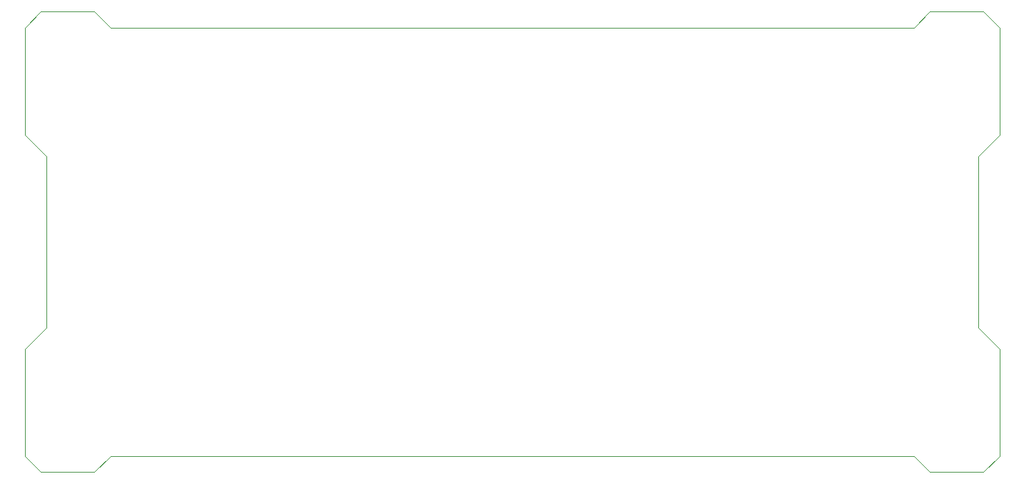
<source format=gko>
G04 #@! TF.FileFunction,Profile,NP*
%FSLAX46Y46*%
G04 Gerber Fmt 4.6, Leading zero omitted, Abs format (unit mm)*
G04 Created by KiCad (PCBNEW 4.0.0-rc2-stable) date Sun 15 Nov 2015 10:11:19 AEDT*
%MOMM*%
G01*
G04 APERTURE LIST*
%ADD10C,0.100000*%
G04 APERTURE END LIST*
D10*
X88900000Y-70485000D02*
X83820000Y-70485000D01*
X90805000Y-72390000D02*
X88900000Y-70485000D01*
X186055000Y-72390000D02*
X90805000Y-72390000D01*
X187960000Y-70485000D02*
X193040000Y-70485000D01*
X187960000Y-70485000D02*
X186055000Y-72390000D01*
X88900000Y-125095000D02*
X82550000Y-125095000D01*
X187960000Y-125095000D02*
X194310000Y-125095000D01*
X186055000Y-123190000D02*
X181610000Y-123190000D01*
X187960000Y-125095000D02*
X186055000Y-123190000D01*
X90805000Y-123190000D02*
X181610000Y-123190000D01*
X88900000Y-125095000D02*
X90805000Y-123190000D01*
X82550000Y-70485000D02*
X83820000Y-70485000D01*
X80645000Y-72390000D02*
X80645000Y-85090000D01*
X80645000Y-72390000D02*
X82550000Y-70485000D01*
X193675000Y-105410000D02*
X193675000Y-107950000D01*
X196215000Y-72390000D02*
X196215000Y-85090000D01*
X194310000Y-70485000D02*
X196215000Y-72390000D01*
X193040000Y-70485000D02*
X194310000Y-70485000D01*
X193675000Y-87630000D02*
X193675000Y-90170000D01*
X196215000Y-85090000D02*
X193675000Y-87630000D01*
X83185000Y-87630000D02*
X80645000Y-85090000D01*
X83185000Y-90170000D02*
X83185000Y-87630000D01*
X196215000Y-110490000D02*
X196215000Y-123190000D01*
X196215000Y-110490000D02*
X193675000Y-107950000D01*
X194310000Y-125095000D02*
X196215000Y-123190000D01*
X80645000Y-123190000D02*
X80645000Y-110490000D01*
X82550000Y-125095000D02*
X80645000Y-123190000D01*
X83185000Y-107950000D02*
X83185000Y-105410000D01*
X80645000Y-110490000D02*
X83185000Y-107950000D01*
X193675000Y-90170000D02*
X193675000Y-105410000D01*
X83185000Y-105410000D02*
X83185000Y-90170000D01*
M02*

</source>
